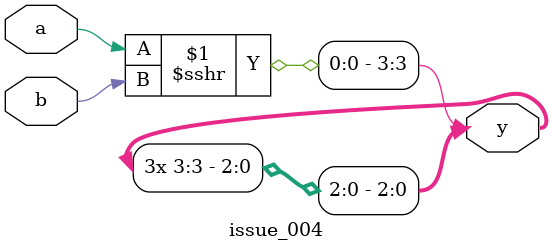
<source format=v>
module issue_004(a, b, y);
  // http://forums.xilinx.com/t5/Synthesis/Strange-output-const-zero-bug-with-Vivado-gt-gt-gt-signedness/td-p/401411
  input [0:0] a;
  input [0:0] b;
  output signed [3:0] y;
  // for some reason vivado thinks this is constant 0.
  // this is obviously not true for a=1 and b=0.
  assign y = $signed(a >>> b);
endmodule

</source>
